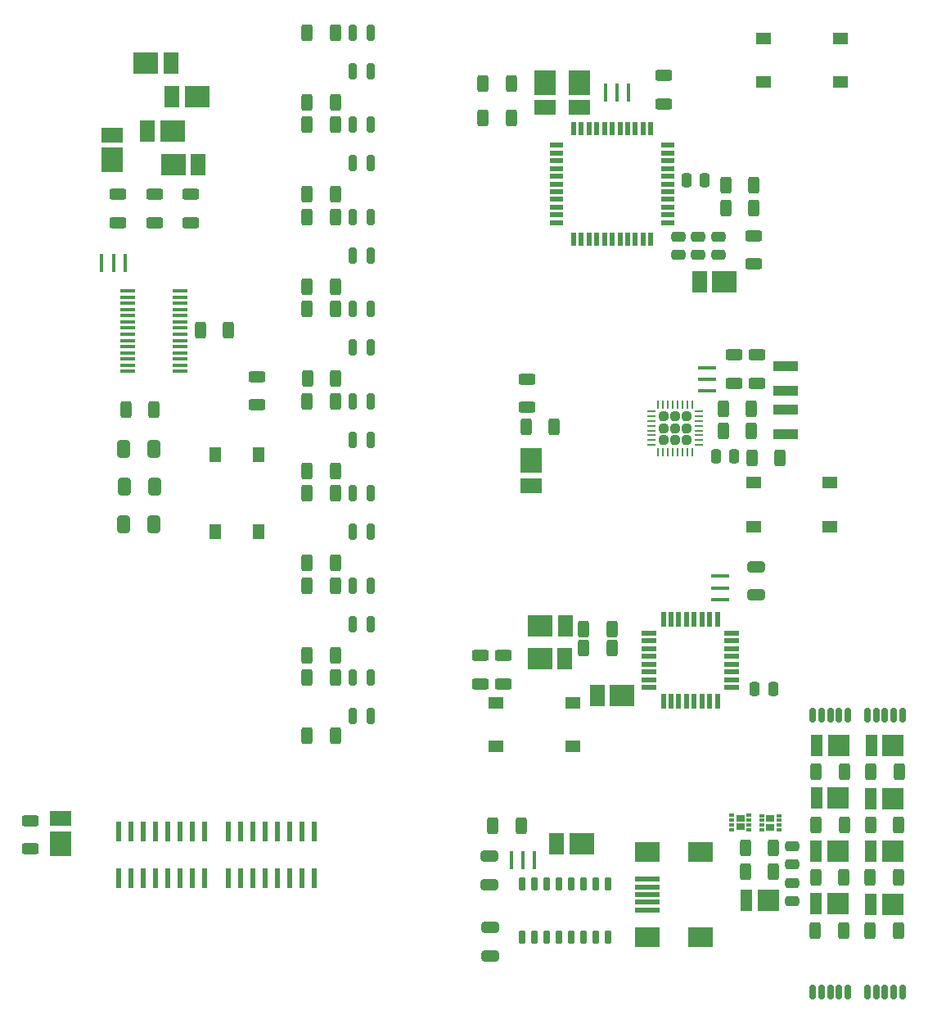
<source format=gbr>
%TF.GenerationSoftware,KiCad,Pcbnew,(6.0.5)*%
%TF.CreationDate,2023-06-16T09:56:29+03:00*%
%TF.ProjectId,JLC1,4a4c4331-2e6b-4696-9361-645f70636258,rev?*%
%TF.SameCoordinates,Original*%
%TF.FileFunction,Paste,Top*%
%TF.FilePolarity,Positive*%
%FSLAX46Y46*%
G04 Gerber Fmt 4.6, Leading zero omitted, Abs format (unit mm)*
G04 Created by KiCad (PCBNEW (6.0.5)) date 2023-06-16 09:56:29*
%MOMM*%
%LPD*%
G01*
G04 APERTURE LIST*
G04 Aperture macros list*
%AMRoundRect*
0 Rectangle with rounded corners*
0 $1 Rounding radius*
0 $2 $3 $4 $5 $6 $7 $8 $9 X,Y pos of 4 corners*
0 Add a 4 corners polygon primitive as box body*
4,1,4,$2,$3,$4,$5,$6,$7,$8,$9,$2,$3,0*
0 Add four circle primitives for the rounded corners*
1,1,$1+$1,$2,$3*
1,1,$1+$1,$4,$5*
1,1,$1+$1,$6,$7*
1,1,$1+$1,$8,$9*
0 Add four rect primitives between the rounded corners*
20,1,$1+$1,$2,$3,$4,$5,0*
20,1,$1+$1,$4,$5,$6,$7,0*
20,1,$1+$1,$6,$7,$8,$9,0*
20,1,$1+$1,$8,$9,$2,$3,0*%
G04 Aperture macros list end*
%ADD10RoundRect,0.250000X-0.312500X-0.625000X0.312500X-0.625000X0.312500X0.625000X-0.312500X0.625000X0*%
%ADD11RoundRect,0.250000X0.625000X-0.312500X0.625000X0.312500X-0.625000X0.312500X-0.625000X-0.312500X0*%
%ADD12RoundRect,0.175000X0.175000X0.575000X-0.175000X0.575000X-0.175000X-0.575000X0.175000X-0.575000X0*%
%ADD13RoundRect,0.250000X0.312500X0.625000X-0.312500X0.625000X-0.312500X-0.625000X0.312500X-0.625000X0*%
%ADD14R,1.550000X1.300000*%
%ADD15R,1.550000X2.200000*%
%ADD16R,2.500000X2.200000*%
%ADD17R,0.508000X1.473200*%
%ADD18R,1.473200X0.508000*%
%ADD19RoundRect,0.250000X-0.650000X0.325000X-0.650000X-0.325000X0.650000X-0.325000X0.650000X0.325000X0*%
%ADD20R,1.900000X0.400000*%
%ADD21RoundRect,0.197500X-0.197500X-0.632500X0.197500X-0.632500X0.197500X0.632500X-0.197500X0.632500X0*%
%ADD22R,1.250000X2.200000*%
%ADD23R,2.200000X2.200000*%
%ADD24RoundRect,0.250000X0.475000X-0.250000X0.475000X0.250000X-0.475000X0.250000X-0.475000X-0.250000X0*%
%ADD25R,1.525000X0.440000*%
%ADD26R,1.600000X0.550000*%
%ADD27R,0.550000X1.600000*%
%ADD28R,0.599440X1.998980*%
%ADD29RoundRect,0.250000X-0.625000X0.312500X-0.625000X-0.312500X0.625000X-0.312500X0.625000X0.312500X0*%
%ADD30R,1.300000X1.550000*%
%ADD31RoundRect,0.250000X-0.250000X-0.475000X0.250000X-0.475000X0.250000X0.475000X-0.250000X0.475000X0*%
%ADD32RoundRect,0.250000X-0.412500X-0.650000X0.412500X-0.650000X0.412500X0.650000X-0.412500X0.650000X0*%
%ADD33R,0.500000X0.300000*%
%ADD34R,0.850000X0.650000*%
%ADD35R,2.200000X1.550000*%
%ADD36R,2.200000X2.500000*%
%ADD37RoundRect,0.250000X-0.475000X0.250000X-0.475000X-0.250000X0.475000X-0.250000X0.475000X0.250000X0*%
%ADD38RoundRect,0.250000X0.650000X-0.325000X0.650000X0.325000X-0.650000X0.325000X-0.650000X-0.325000X0*%
%ADD39R,2.500000X2.000000*%
%ADD40R,2.500000X0.500000*%
%ADD41RoundRect,0.062500X-0.337500X0.062500X-0.337500X-0.062500X0.337500X-0.062500X0.337500X0.062500X0*%
%ADD42RoundRect,0.062500X-0.062500X0.337500X-0.062500X-0.337500X0.062500X-0.337500X0.062500X0.337500X0*%
%ADD43RoundRect,0.242500X-0.242500X0.242500X-0.242500X-0.242500X0.242500X-0.242500X0.242500X0.242500X0*%
%ADD44R,0.400000X1.900000*%
%ADD45R,2.500000X1.100000*%
%ADD46RoundRect,0.049600X-0.260400X0.605400X-0.260400X-0.605400X0.260400X-0.605400X0.260400X0.605400X0*%
G04 APERTURE END LIST*
D10*
%TO.C,2K7*%
X96762500Y-72175000D03*
X93837500Y-72175000D03*
%TD*%
D11*
%TO.C,330R*%
X93000000Y-49912500D03*
X93000000Y-52837500D03*
%TD*%
D12*
%TO.C,*%
X173275000Y-103732500D03*
%TD*%
%TO.C,*%
X168525000Y-103720000D03*
%TD*%
D13*
%TO.C,330R*%
X130768450Y-42036550D03*
X133693450Y-42036550D03*
%TD*%
D14*
%TO.C,RESET*%
X167768450Y-33811550D03*
X159818450Y-33811550D03*
X159818450Y-38311550D03*
X167768450Y-38311550D03*
%TD*%
D13*
%TO.C,47K*%
X112603750Y-40405000D03*
X115528750Y-40405000D03*
%TD*%
D15*
%TO.C,PORT2*%
X96075000Y-43400000D03*
D16*
X98650000Y-43400000D03*
%TD*%
D13*
%TO.C,220R*%
X112603750Y-71305000D03*
X115528750Y-71305000D03*
%TD*%
D12*
%TO.C,*%
X167625000Y-132395000D03*
%TD*%
D17*
%TO.C,ATmega32U4*%
X148152650Y-54594050D03*
X147365250Y-54594050D03*
X146552450Y-54594050D03*
X145765050Y-54594050D03*
X144952250Y-54594050D03*
X144164850Y-54594050D03*
X143377450Y-54594050D03*
X142564650Y-54594050D03*
X141777250Y-54594050D03*
X140964450Y-54594050D03*
X140177050Y-54594050D03*
D18*
X138424450Y-52841450D03*
X138424450Y-52054050D03*
X138424450Y-51241250D03*
X138424450Y-50453850D03*
X138424450Y-49641050D03*
X138424450Y-48853650D03*
X138424450Y-48066250D03*
X138424450Y-47253450D03*
X138424450Y-46466050D03*
X138424450Y-45653250D03*
X138424450Y-44865850D03*
D17*
X140177050Y-43113250D03*
X140964450Y-43113250D03*
X141777250Y-43113250D03*
X142564650Y-43113250D03*
X143377450Y-43113250D03*
X144164850Y-43113250D03*
X144952250Y-43113250D03*
X145765050Y-43113250D03*
X146552450Y-43113250D03*
X147365250Y-43113250D03*
X148152650Y-43113250D03*
D18*
X149905250Y-44865850D03*
X149905250Y-45653250D03*
X149905250Y-46466050D03*
X149905250Y-47253450D03*
X149905250Y-48066250D03*
X149905250Y-48853650D03*
X149905250Y-49641050D03*
X149905250Y-50453850D03*
X149905250Y-51241250D03*
X149905250Y-52054050D03*
X149905250Y-52841450D03*
%TD*%
D12*
%TO.C,*%
X171475000Y-103732500D03*
%TD*%
D13*
%TO.C,22R*%
X155625000Y-74395000D03*
X158550000Y-74395000D03*
%TD*%
D12*
%TO.C,*%
X165825000Y-132395000D03*
%TD*%
D19*
%TO.C,100nF*%
X159040000Y-91355000D03*
X159040000Y-88405000D03*
%TD*%
D20*
%TO.C,16MHz*%
X155290000Y-89405000D03*
X155290000Y-90605000D03*
X155290000Y-91805000D03*
%TD*%
D21*
%TO.C,REF\u002A\u002A*%
X119141250Y-61780000D03*
X119141250Y-65780000D03*
X117341250Y-61780000D03*
X117341250Y-65780000D03*
%TD*%
D15*
%TO.C,REF\u002A\u002A*%
X142615000Y-101730000D03*
D16*
X145190000Y-101730000D03*
%TD*%
D15*
%TO.C,PORT4*%
X98475000Y-36400000D03*
D16*
X95900000Y-36400000D03*
%TD*%
D22*
%TO.C,REF\u002A\u002A*%
X165225000Y-123270000D03*
D23*
X167500000Y-123270000D03*
%TD*%
D24*
%TO.C,0.1uF*%
X150964850Y-54278650D03*
X150964850Y-56178650D03*
%TD*%
D11*
%TO.C,330R*%
X96825000Y-49912500D03*
X96825000Y-52837500D03*
%TD*%
D13*
%TO.C,REF\u002A\u002A*%
X157912500Y-117495000D03*
X160837500Y-117495000D03*
%TD*%
D22*
%TO.C,REF\u002A\u002A*%
X170950000Y-106907500D03*
D23*
X173225000Y-106907500D03*
%TD*%
D13*
%TO.C,47K*%
X112616250Y-68980000D03*
X115541250Y-68980000D03*
%TD*%
%TO.C,REF\u002A\u002A*%
X157912500Y-119945000D03*
X160837500Y-119945000D03*
%TD*%
D10*
%TO.C,22R*%
X158820950Y-48961550D03*
X155895950Y-48961550D03*
%TD*%
D12*
%TO.C,*%
X165825000Y-103720000D03*
%TD*%
%TO.C,*%
X171475000Y-132407500D03*
%TD*%
D11*
%TO.C,*%
X100500000Y-52850000D03*
%TD*%
D13*
%TO.C,220R*%
X112603750Y-90355000D03*
X115528750Y-90355000D03*
%TD*%
D25*
%TO.C,FE1.1s*%
X99445500Y-59910000D03*
X99445500Y-60550000D03*
X99445500Y-61190000D03*
X99445500Y-61830000D03*
X99445500Y-62470000D03*
X99445500Y-63110000D03*
X99445500Y-63750000D03*
X99445500Y-64390000D03*
X99445500Y-65030000D03*
X99445500Y-65670000D03*
X99445500Y-66310000D03*
X99445500Y-66950000D03*
X99445500Y-67590000D03*
X99445500Y-68230000D03*
X94021500Y-68230000D03*
X94021500Y-67590000D03*
X94021500Y-66950000D03*
X94021500Y-66310000D03*
X94021500Y-65670000D03*
X94021500Y-65030000D03*
X94021500Y-64390000D03*
X94021500Y-63750000D03*
X94021500Y-63110000D03*
X94021500Y-62470000D03*
X94021500Y-61830000D03*
X94021500Y-61190000D03*
X94021500Y-60550000D03*
X94021500Y-59910000D03*
%TD*%
D12*
%TO.C,*%
X170575000Y-132407500D03*
%TD*%
D13*
%TO.C,47K*%
X112603750Y-59480000D03*
X115528750Y-59480000D03*
%TD*%
D11*
%TO.C,1K*%
X107375000Y-68787500D03*
X107375000Y-71712500D03*
%TD*%
D13*
%TO.C,220R*%
X112603750Y-99880000D03*
X115528750Y-99880000D03*
%TD*%
%TO.C,330R*%
X141190000Y-94880000D03*
X144115000Y-94880000D03*
%TD*%
D26*
%TO.C,ATmega16U2*%
X156490000Y-95280000D03*
X156490000Y-96080000D03*
X156490000Y-96880000D03*
X156490000Y-97680000D03*
X156490000Y-98480000D03*
X156490000Y-99280000D03*
X156490000Y-100080000D03*
X156490000Y-100880000D03*
D27*
X155040000Y-102330000D03*
X154240000Y-102330000D03*
X153440000Y-102330000D03*
X152640000Y-102330000D03*
X151840000Y-102330000D03*
X151040000Y-102330000D03*
X150240000Y-102330000D03*
X149440000Y-102330000D03*
D26*
X147990000Y-100880000D03*
X147990000Y-100080000D03*
X147990000Y-99280000D03*
X147990000Y-98480000D03*
X147990000Y-97680000D03*
X147990000Y-96880000D03*
X147990000Y-96080000D03*
X147990000Y-95280000D03*
D27*
X149440000Y-93830000D03*
X150240000Y-93830000D03*
X151040000Y-93830000D03*
X151840000Y-93830000D03*
X152640000Y-93830000D03*
X153440000Y-93830000D03*
X154240000Y-93830000D03*
X155040000Y-93830000D03*
%TD*%
D21*
%TO.C,REF\u002A\u002A*%
X119141250Y-99880000D03*
X119141250Y-103880000D03*
X117341250Y-99880000D03*
X117341250Y-103880000D03*
%TD*%
D28*
%TO.C,REF\u002A\u002A*%
X104402500Y-115804100D03*
X105672500Y-115804100D03*
X106942500Y-115804100D03*
X108212500Y-115804100D03*
X109482500Y-115804100D03*
X110752500Y-115804100D03*
X112022500Y-115804100D03*
X113292500Y-115804100D03*
X113292500Y-120604700D03*
X112022500Y-120604700D03*
X110752500Y-120604700D03*
X109482500Y-120604700D03*
X108212500Y-120604700D03*
X106942500Y-120604700D03*
X105672500Y-120604700D03*
X104402500Y-120604700D03*
%TD*%
D12*
%TO.C,*%
X172375000Y-132407500D03*
%TD*%
%TO.C,*%
X170575000Y-103732500D03*
%TD*%
D22*
%TO.C,REF\u002A\u002A*%
X170925000Y-112357500D03*
D23*
X173200000Y-112357500D03*
%TD*%
D12*
%TO.C,*%
X172375000Y-103732500D03*
%TD*%
D21*
%TO.C,REF\u002A\u002A*%
X119141250Y-90355000D03*
X119141250Y-94355000D03*
X117341250Y-90355000D03*
X117341250Y-94355000D03*
%TD*%
D13*
%TO.C,220R*%
X112603750Y-61805000D03*
X115528750Y-61805000D03*
%TD*%
D29*
%TO.C,10uF*%
X159125000Y-69457500D03*
X159125000Y-66532500D03*
%TD*%
D30*
%TO.C,RESET*%
X103075000Y-76825000D03*
X103075000Y-84775000D03*
X107575000Y-84775000D03*
X107575000Y-76825000D03*
%TD*%
D29*
%TO.C,100nF*%
X135375000Y-71957500D03*
X135375000Y-69032500D03*
%TD*%
D22*
%TO.C,REF\u002A\u002A*%
X165300000Y-106895000D03*
D23*
X167575000Y-106895000D03*
%TD*%
D29*
%TO.C,100nF*%
X156800000Y-69457500D03*
X156800000Y-66532500D03*
%TD*%
D13*
%TO.C,FUSE*%
X101537500Y-64000000D03*
X104462500Y-64000000D03*
%TD*%
D31*
%TO.C,1uF*%
X160790000Y-101080000D03*
X158890000Y-101080000D03*
%TD*%
D13*
%TO.C,REF\u002A\u002A*%
X170825000Y-126007500D03*
X173750000Y-126007500D03*
%TD*%
D29*
%TO.C,330R*%
X132890000Y-100530000D03*
X132890000Y-97605000D03*
%TD*%
D15*
%TO.C,PORT1*%
X101325000Y-46900000D03*
D16*
X98750000Y-46900000D03*
%TD*%
D12*
%TO.C,*%
X164925000Y-132395000D03*
%TD*%
D13*
%TO.C,47K*%
X112603750Y-49930000D03*
X115528750Y-49930000D03*
%TD*%
D15*
%TO.C,REF\u002A\u002A*%
X138427500Y-117080000D03*
D16*
X141002500Y-117080000D03*
%TD*%
D15*
%TO.C,REF\u002A\u002A*%
X139290000Y-94505000D03*
D16*
X136715000Y-94505000D03*
%TD*%
D24*
%TO.C,1uF*%
X162775000Y-117295000D03*
X162775000Y-119195000D03*
%TD*%
D12*
%TO.C,*%
X167625000Y-103720000D03*
%TD*%
D13*
%TO.C,REF\u002A\u002A*%
X165250000Y-109620000D03*
X168175000Y-109620000D03*
%TD*%
D32*
%TO.C,10uF*%
X96712500Y-76250000D03*
X93587500Y-76250000D03*
%TD*%
D22*
%TO.C,REF\u002A\u002A*%
X170875000Y-123282500D03*
D23*
X173150000Y-123282500D03*
%TD*%
D13*
%TO.C,220R*%
X112603750Y-42730000D03*
X115528750Y-42730000D03*
%TD*%
%TO.C,REF\u002A\u002A*%
X170875000Y-115082500D03*
X173800000Y-115082500D03*
%TD*%
D33*
%TO.C,LM358*%
X161425000Y-114132500D03*
X161425000Y-114632500D03*
X161425000Y-115132500D03*
X161425000Y-115632500D03*
X159625000Y-115632500D03*
X159625000Y-115132500D03*
X159625000Y-114632500D03*
X159625000Y-114132500D03*
D34*
X160525000Y-114445000D03*
X160525000Y-115320000D03*
%TD*%
D22*
%TO.C,REF\u002A\u002A*%
X165250000Y-117820000D03*
D23*
X167525000Y-117820000D03*
%TD*%
D12*
%TO.C,*%
X164925000Y-103720000D03*
%TD*%
D35*
%TO.C,TX*%
X137208450Y-40936550D03*
D36*
X137208450Y-38361550D03*
%TD*%
D13*
%TO.C,REF\u002A\u002A*%
X165200000Y-120545000D03*
X168125000Y-120545000D03*
%TD*%
D31*
%TO.C,1uF*%
X156775000Y-77045000D03*
X154875000Y-77045000D03*
%TD*%
D13*
%TO.C,220R*%
X112603750Y-33205000D03*
X115528750Y-33205000D03*
%TD*%
D12*
%TO.C,*%
X174175000Y-132407500D03*
%TD*%
D13*
%TO.C,330R*%
X130793450Y-38486550D03*
X133718450Y-38486550D03*
%TD*%
%TO.C,REF\u002A\u002A*%
X170900000Y-109632500D03*
X173825000Y-109632500D03*
%TD*%
D12*
%TO.C,*%
X173275000Y-132407500D03*
%TD*%
D33*
%TO.C,LM358*%
X158325000Y-114095000D03*
X158325000Y-114595000D03*
X158325000Y-115095000D03*
X158325000Y-115595000D03*
X156525000Y-115595000D03*
X156525000Y-115095000D03*
X156525000Y-114595000D03*
X156525000Y-114095000D03*
D34*
X157425000Y-114407500D03*
X157425000Y-115282500D03*
%TD*%
D14*
%TO.C,RESET*%
X158750000Y-79745000D03*
X166700000Y-79745000D03*
X158750000Y-84245000D03*
X166700000Y-84245000D03*
%TD*%
D12*
%TO.C,*%
X166725000Y-103720000D03*
%TD*%
D37*
%TO.C,10uF*%
X155158450Y-56186550D03*
X155158450Y-54286550D03*
%TD*%
D12*
%TO.C,*%
X166725000Y-132395000D03*
%TD*%
%TO.C,*%
X168525000Y-132395000D03*
%TD*%
D13*
%TO.C,220R*%
X112603750Y-52255000D03*
X115528750Y-52255000D03*
%TD*%
D31*
%TO.C,1uF*%
X153727450Y-48466050D03*
X151827450Y-48466050D03*
%TD*%
D11*
%TO.C,10K*%
X130540000Y-97605000D03*
X130540000Y-100530000D03*
%TD*%
D24*
%TO.C,1uF*%
X162775000Y-121095000D03*
X162775000Y-122995000D03*
%TD*%
D11*
%TO.C,330R*%
X100500000Y-49925000D03*
X100500000Y-52850000D03*
%TD*%
D10*
%TO.C,1K*%
X134715000Y-115230000D03*
X131790000Y-115230000D03*
%TD*%
D13*
%TO.C,1K*%
X135212500Y-73945000D03*
X138137500Y-73945000D03*
%TD*%
%TO.C,47K*%
X112603750Y-88030000D03*
X115528750Y-88030000D03*
%TD*%
D21*
%TO.C,REF\u002A\u002A*%
X119141250Y-80830000D03*
X119141250Y-84830000D03*
X117341250Y-80830000D03*
X117341250Y-84830000D03*
%TD*%
D10*
%TO.C,22R*%
X158828950Y-51330550D03*
X155903950Y-51330550D03*
%TD*%
D21*
%TO.C,REF\u002A\u002A*%
X119141250Y-33205000D03*
X119141250Y-37205000D03*
X117341250Y-33205000D03*
X117341250Y-37205000D03*
%TD*%
D35*
%TO.C,REF\u002A\u002A*%
X135775000Y-80020000D03*
D36*
X135775000Y-77445000D03*
%TD*%
D38*
%TO.C,100nF*%
X131502500Y-125705000D03*
X131502500Y-128655000D03*
%TD*%
D39*
%TO.C,USB*%
X147752500Y-117905000D03*
X153252500Y-126705000D03*
X147752500Y-126705000D03*
X153252500Y-117905000D03*
D40*
X147752500Y-120705000D03*
X147752500Y-121505000D03*
X147752500Y-122305000D03*
X147752500Y-123105000D03*
X147752500Y-123905000D03*
%TD*%
D22*
%TO.C,REF\u002A\u002A*%
X158000000Y-122895000D03*
D23*
X160275000Y-122895000D03*
%TD*%
D21*
%TO.C,REF\u002A\u002A*%
X119141250Y-71305000D03*
X119141250Y-75305000D03*
X117341250Y-71305000D03*
X117341250Y-75305000D03*
%TD*%
D13*
%TO.C,47K*%
X112603750Y-97555000D03*
X115528750Y-97555000D03*
%TD*%
D11*
%TO.C,10K*%
X149518450Y-37674050D03*
X149518450Y-40599050D03*
%TD*%
D13*
%TO.C,REF\u002A\u002A*%
X170850000Y-120557500D03*
X173775000Y-120557500D03*
%TD*%
D32*
%TO.C,10uF*%
X96762500Y-84000000D03*
X93637500Y-84000000D03*
%TD*%
D15*
%TO.C,POW*%
X153208450Y-59011550D03*
D16*
X155783450Y-59011550D03*
%TD*%
D13*
%TO.C,330R*%
X141190000Y-96830000D03*
X144115000Y-96830000D03*
%TD*%
%TO.C,REF\u002A\u002A*%
X165225000Y-115070000D03*
X168150000Y-115070000D03*
%TD*%
%TO.C,47K*%
X112603750Y-105905000D03*
X115528750Y-105905000D03*
%TD*%
D21*
%TO.C,REF\u002A\u002A*%
X119141250Y-42730000D03*
X119141250Y-46730000D03*
X117341250Y-42730000D03*
X117341250Y-46730000D03*
%TD*%
D41*
%TO.C,AT90USB162*%
X153125000Y-72345000D03*
X153125000Y-72845000D03*
X153125000Y-73345000D03*
X153125000Y-73845000D03*
X153125000Y-74345000D03*
X153125000Y-74845000D03*
X153125000Y-75345000D03*
X153125000Y-75845000D03*
D42*
X152425000Y-76545000D03*
X151925000Y-76545000D03*
X151425000Y-76545000D03*
X150925000Y-76545000D03*
X150425000Y-76545000D03*
X149925000Y-76545000D03*
X149425000Y-76545000D03*
X148925000Y-76545000D03*
D41*
X148225000Y-75845000D03*
X148225000Y-75345000D03*
X148225000Y-74845000D03*
X148225000Y-74345000D03*
X148225000Y-73845000D03*
X148225000Y-73345000D03*
X148225000Y-72845000D03*
X148225000Y-72345000D03*
D42*
X148925000Y-71645000D03*
X149425000Y-71645000D03*
X149925000Y-71645000D03*
X150425000Y-71645000D03*
X150925000Y-71645000D03*
X151425000Y-71645000D03*
X151925000Y-71645000D03*
X152425000Y-71645000D03*
D43*
X149475000Y-74095000D03*
X151875000Y-75295000D03*
X149475000Y-75295000D03*
X151875000Y-72895000D03*
X150675000Y-74095000D03*
X151875000Y-74095000D03*
X149475000Y-72895000D03*
X150675000Y-75295000D03*
X150675000Y-72895000D03*
%TD*%
D11*
%TO.C,330R*%
X158783450Y-54224050D03*
X158783450Y-57149050D03*
%TD*%
D35*
%TO.C,PWR*%
X92400000Y-43775000D03*
D36*
X92400000Y-46350000D03*
%TD*%
D35*
%TO.C,REF\u002A\u002A*%
X87050000Y-114445000D03*
D36*
X87050000Y-117020000D03*
%TD*%
D35*
%TO.C,RX*%
X140783450Y-40936550D03*
D36*
X140783450Y-38361550D03*
%TD*%
D21*
%TO.C,REF\u002A\u002A*%
X119141250Y-52255000D03*
X119141250Y-56255000D03*
X117341250Y-52255000D03*
X117341250Y-56255000D03*
%TD*%
D22*
%TO.C,REF\u002A\u002A*%
X170900000Y-117832500D03*
D23*
X173175000Y-117832500D03*
%TD*%
D13*
%TO.C,10K*%
X158612500Y-77145000D03*
X161537500Y-77145000D03*
%TD*%
D19*
%TO.C,100nF*%
X131480000Y-121305000D03*
X131480000Y-118355000D03*
%TD*%
D20*
%TO.C,16MHz*%
X153975000Y-70245000D03*
X153975000Y-69045000D03*
X153975000Y-67845000D03*
%TD*%
D28*
%TO.C,REF\u002A\u002A*%
X93080000Y-115819400D03*
X94350000Y-115819400D03*
X95620000Y-115819400D03*
X96890000Y-115819400D03*
X98160000Y-115819400D03*
X99430000Y-115819400D03*
X100700000Y-115819400D03*
X101970000Y-115819400D03*
X101970000Y-120620000D03*
X100700000Y-120620000D03*
X99430000Y-120620000D03*
X98160000Y-120620000D03*
X96890000Y-120620000D03*
X95620000Y-120620000D03*
X94350000Y-120620000D03*
X93080000Y-120620000D03*
%TD*%
D22*
%TO.C,REF\u002A\u002A*%
X165275000Y-112345000D03*
D23*
X167550000Y-112345000D03*
%TD*%
D12*
%TO.C,*%
X174175000Y-103732500D03*
%TD*%
D13*
%TO.C,47K*%
X112603750Y-78505000D03*
X115528750Y-78505000D03*
%TD*%
D44*
%TO.C,16MHz*%
X145877450Y-39416050D03*
X144677450Y-39416050D03*
X143477450Y-39416050D03*
%TD*%
D32*
%TO.C,10uF*%
X96787500Y-80150000D03*
X93662500Y-80150000D03*
%TD*%
D29*
%TO.C,1K*%
X83975000Y-117582500D03*
X83975000Y-114657500D03*
%TD*%
D44*
%TO.C,12MHz*%
X93750000Y-57000000D03*
X92550000Y-57000000D03*
X91350000Y-57000000D03*
%TD*%
D24*
%TO.C,1uF*%
X153039850Y-54278650D03*
X153039850Y-56178650D03*
%TD*%
D13*
%TO.C,REF\u002A\u002A*%
X165175000Y-125995000D03*
X168100000Y-125995000D03*
%TD*%
D15*
%TO.C,REF\u002A\u002A*%
X139265000Y-97955000D03*
D16*
X136690000Y-97955000D03*
%TD*%
D13*
%TO.C,22R*%
X155625000Y-72095000D03*
X158550000Y-72095000D03*
%TD*%
D45*
%TO.C,USB_0*%
X162125000Y-74695000D03*
X162125000Y-72195000D03*
X162125000Y-70195000D03*
X162125000Y-67695000D03*
%TD*%
D15*
%TO.C,PORT3*%
X98625000Y-39875000D03*
D16*
X101200000Y-39875000D03*
%TD*%
D44*
%TO.C,12MHz*%
X136130000Y-118707500D03*
X134930000Y-118707500D03*
X133730000Y-118707500D03*
%TD*%
D13*
%TO.C,220R*%
X112603750Y-80830000D03*
X115528750Y-80830000D03*
%TD*%
D14*
%TO.C,RESET*%
X140065000Y-102480000D03*
X132115000Y-102480000D03*
X140065000Y-106980000D03*
X132115000Y-106980000D03*
%TD*%
D46*
%TO.C,CH340G*%
X143700000Y-126682500D03*
X142430000Y-126682500D03*
X141160000Y-126682500D03*
X139890000Y-126682500D03*
X138620000Y-126682500D03*
X137350000Y-126682500D03*
X136080000Y-126682500D03*
X134810000Y-126682500D03*
X134810000Y-121182500D03*
X136080000Y-121182500D03*
X137350000Y-121182500D03*
X138620000Y-121182500D03*
X139890000Y-121182500D03*
X141160000Y-121182500D03*
X142430000Y-121182500D03*
X143700000Y-121182500D03*
%TD*%
M02*

</source>
